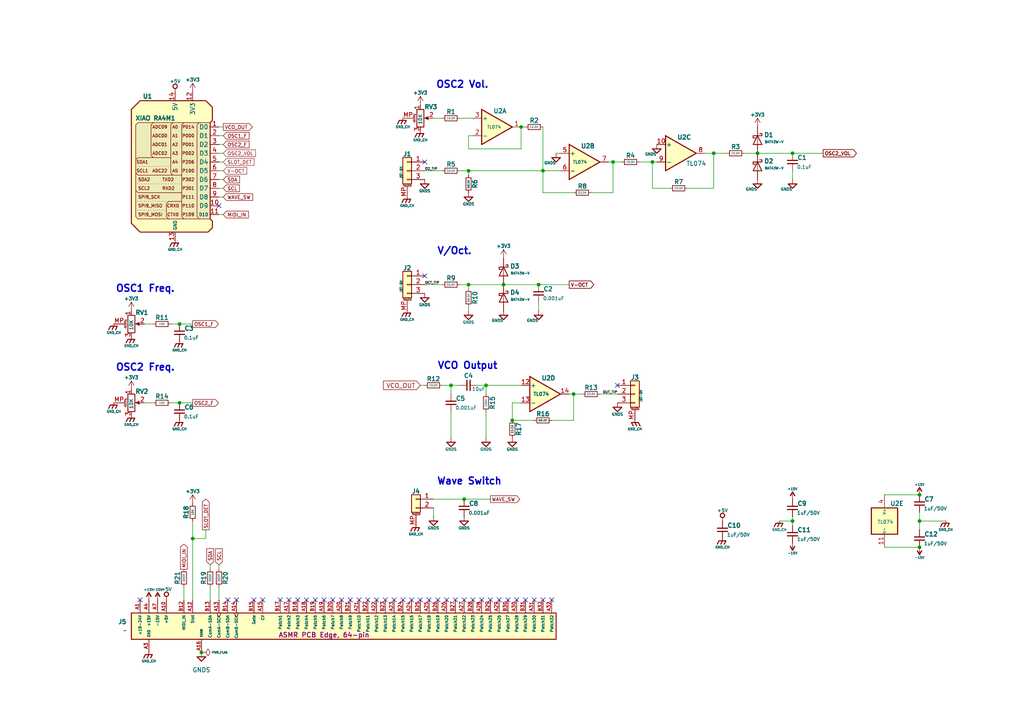
<source format=kicad_sch>
(kicad_sch (version 20250114) (generator "eeschema") (generator_version "9.0")
  (paper "A4")
  (title_block (title "Hagiwo Unison VCO Module") (date "2025-08-29") (rev "A") (company "by Circuit Monkey") (comment 1 "for ASMR - Advanced Synth Module Rack") (comment 2 "https://note.com/solder_state") (comment 3 "based on a Hagiwo design:"))
  (text "OSC1 Freq." (at 42.164 83.82 0) (effects (font (size 2 2) (thickness 0.4) (bold yes))))
  (text "OSC2 Vol." (at 134.112 24.638 0) (effects (font (size 2 2) (thickness 0.4) (bold yes))))
  (text "Wave Switch" (at 136.144 139.7 0) (effects (font (size 2 2) (thickness 0.4) (bold yes))))
  (text "V/Oct." (at 131.826 72.898 0) (effects (font (size 2 2) (thickness 0.4) (bold yes))))
  (text "OSC2 Freq." (at 42.164 106.68 0) (effects (font (size 2 2) (thickness 0.4) (bold yes))))
  (text "VCO Output" (at 135.636 106.172 0) (effects (font (size 2 2) (thickness 0.4) (bold yes))))
  (junction (at 140.97 111.76))
  (junction (at 177.8 46.99))
  (junction (at 266.7 151.13))
  (junction (at 166.37 114.3))
  (junction (at 156.21 82.55))
  (junction (at 207.01 44.45))
  (junction (at 157.48 49.53))
  (junction (at 229.87 151.13))
  (junction (at 55.88 156.21))
  (junction (at 229.87 44.45))
  (junction (at 148.59 121.92))
  (junction (at 52.07 116.84))
  (junction (at 151.13 36.83))
  (junction (at 135.89 49.53))
  (junction (at 135.89 82.55))
  (junction (at 52.07 93.98))
  (junction (at 130.81 111.76))
  (junction (at 146.05 82.55))
  (junction (at 58.42 189.23))
  (junction (at 219.71 44.45))
  (junction (at 189.23 46.99))
  (junction (at 266.7 143.51))
  (junction (at 134.62 144.78))
  (junction (at 266.7 158.75))
  (no_connect (at 101.6 173.99))
  (no_connect (at 86.36 173.99))
  (no_connect (at 137.16 173.99))
  (no_connect (at 104.14 173.99))
  (no_connect (at 76.2 173.99))
  (no_connect (at 157.48 173.99))
  (no_connect (at 123.19 80.01))
  (no_connect (at 142.24 173.99))
  (no_connect (at 154.94 173.99))
  (no_connect (at 114.3 173.99))
  (no_connect (at 91.44 173.99))
  (no_connect (at 147.32 173.99))
  (no_connect (at 149.86 173.99))
  (no_connect (at 129.54 173.99))
  (no_connect (at 179.07 111.76))
  (no_connect (at 63.5 59.69))
  (no_connect (at 152.4 173.99))
  (no_connect (at 127 173.99))
  (no_connect (at 123.19 46.99))
  (no_connect (at 106.68 173.99))
  (no_connect (at 40.64 173.99))
  (no_connect (at 132.08 173.99))
  (no_connect (at 96.52 173.99))
  (no_connect (at 83.82 173.99))
  (no_connect (at 81.28 173.99))
  (no_connect (at 116.84 173.99))
  (no_connect (at 68.58 173.99))
  (no_connect (at 109.22 173.99))
  (no_connect (at 66.04 173.99))
  (no_connect (at 93.98 173.99))
  (no_connect (at 134.62 173.99))
  (no_connect (at 144.78 173.99))
  (no_connect (at 160.02 173.99))
  (no_connect (at 119.38 173.99))
  (no_connect (at 73.66 173.99))
  (no_connect (at 99.06 173.99))
  (no_connect (at 124.46 173.99))
  (no_connect (at 139.7 173.99))
  (no_connect (at 111.76 173.99))
  (no_connect (at 121.92 173.99))
  (no_connect (at 88.9 173.99))
  (wire (pts (xy 52.07 116.84) (xy 55.88 116.84)))
  (wire (pts (xy 53.34 170.18) (xy 53.34 173.99)))
  (wire (pts (xy 125.73 144.78) (xy 134.62 144.78)))
  (wire (pts (xy 133.35 34.29) (xy 137.16 34.29)))
  (wire (pts (xy 64.77 54.61) (xy 63.5 54.61)))
  (wire (pts (xy 60.96 170.18) (xy 60.96 173.99)))
  (wire (pts (xy 64.77 36.83) (xy 63.5 36.83)))
  (wire (pts (xy 256.54 143.51) (xy 266.7 143.51)))
  (wire (pts (xy 229.87 49.53) (xy 229.87 52.07)))
  (wire (pts (xy 229.87 149.86) (xy 229.87 151.13)))
  (wire (pts (xy 125.73 147.32) (xy 125.73 149.86)))
  (wire (pts (xy 266.7 148.59) (xy 266.7 151.13)))
  (wire (pts (xy 130.81 119.38) (xy 130.81 127)))
  (wire (pts (xy 134.62 144.78) (xy 142.24 144.78)))
  (wire (pts (xy 177.8 46.99) (xy 176.53 46.99)))
  (wire (pts (xy 64.77 44.45) (xy 63.5 44.45)))
  (wire (pts (xy 146.05 82.55) (xy 156.21 82.55)))
  (wire (pts (xy 171.45 55.88) (xy 177.8 55.88)))
  (wire (pts (xy 128.27 111.76) (xy 130.81 111.76)))
  (wire (pts (xy 55.88 156.21) (xy 55.88 173.99)))
  (wire (pts (xy 162.56 44.45) (xy 161.29 44.45)))
  (wire (pts (xy 135.89 43.18) (xy 135.89 39.37)))
  (wire (pts (xy 64.77 62.23) (xy 63.5 62.23)))
  (wire (pts (xy 41.91 116.84) (xy 44.45 116.84)))
  (wire (pts (xy 64.77 46.99) (xy 63.5 46.99)))
  (wire (pts (xy 135.89 49.53) (xy 157.48 49.53)))
  (wire (pts (xy 63.5 163.83) (xy 63.5 165.1)))
  (wire (pts (xy 130.81 111.76) (xy 130.81 114.3)))
  (wire (pts (xy 138.43 111.76) (xy 140.97 111.76)))
  (wire (pts (xy 63.5 170.18) (xy 63.5 173.99)))
  (wire (pts (xy 189.23 54.61) (xy 194.31 54.61)))
  (wire (pts (xy 123.19 49.53) (xy 128.27 49.53)))
  (wire (pts (xy 135.89 82.55) (xy 135.89 83.82)))
  (wire (pts (xy 135.89 82.55) (xy 146.05 82.55)))
  (wire (pts (xy 207.01 54.61) (xy 207.01 44.45)))
  (wire (pts (xy 189.23 46.99) (xy 189.23 54.61)))
  (wire (pts (xy 52.07 93.98) (xy 55.88 93.98)))
  (wire (pts (xy 215.9 44.45) (xy 219.71 44.45)))
  (wire (pts (xy 166.37 114.3) (xy 168.91 114.3)))
  (wire (pts (xy 135.89 49.53) (xy 135.89 50.8)))
  (wire (pts (xy 179.07 114.3) (xy 173.99 114.3)))
  (wire (pts (xy 60.96 163.83) (xy 60.96 165.1)))
  (wire (pts (xy 135.89 39.37) (xy 137.16 39.37)))
  (wire (pts (xy 151.13 43.18) (xy 135.89 43.18)))
  (wire (pts (xy 204.47 44.45) (xy 207.01 44.45)))
  (wire (pts (xy 63.5 41.91) (xy 64.77 41.91)))
  (wire (pts (xy 199.39 54.61) (xy 207.01 54.61)))
  (wire (pts (xy 274.32 151.13) (xy 266.7 151.13)))
  (wire (pts (xy 135.89 90.17) (xy 135.89 88.9)))
  (wire (pts (xy 157.48 36.83) (xy 157.48 49.53)))
  (wire (pts (xy 64.77 57.15) (xy 63.5 57.15)))
  (wire (pts (xy 219.71 44.45) (xy 229.87 44.45)))
  (wire (pts (xy 133.35 49.53) (xy 135.89 49.53)))
  (wire (pts (xy 151.13 116.84) (xy 148.59 116.84)))
  (wire (pts (xy 130.81 111.76) (xy 133.35 111.76)))
  (wire (pts (xy 151.13 36.83) (xy 151.13 43.18)))
  (wire (pts (xy 133.35 82.55) (xy 135.89 82.55)))
  (wire (pts (xy 189.23 46.99) (xy 190.5 46.99)))
  (wire (pts (xy 125.73 34.29) (xy 128.27 34.29)))
  (wire (pts (xy 185.42 46.99) (xy 189.23 46.99)))
  (wire (pts (xy 156.21 82.55) (xy 165.1 82.55)))
  (wire (pts (xy 64.77 49.53) (xy 63.5 49.53)))
  (wire (pts (xy 55.88 151.13) (xy 55.88 156.21)))
  (wire (pts (xy 41.91 93.98) (xy 44.45 93.98)))
  (wire (pts (xy 229.87 44.45) (xy 238.76 44.45)))
  (wire (pts (xy 123.19 82.55) (xy 128.27 82.55)))
  (wire (pts (xy 49.53 93.98) (xy 52.07 93.98)))
  (wire (pts (xy 157.48 55.88) (xy 157.48 49.53)))
  (wire (pts (xy 256.54 158.75) (xy 266.7 158.75)))
  (wire (pts (xy 59.69 156.21) (xy 55.88 156.21)))
  (wire (pts (xy 157.48 49.53) (xy 162.56 49.53)))
  (wire (pts (xy 177.8 55.88) (xy 177.8 46.99)))
  (wire (pts (xy 166.37 114.3) (xy 166.37 121.92)))
  (wire (pts (xy 148.59 121.92) (xy 154.94 121.92)))
  (wire (pts (xy 166.37 121.92) (xy 160.02 121.92)))
  (wire (pts (xy 49.53 116.84) (xy 52.07 116.84)))
  (wire (pts (xy 140.97 111.76) (xy 140.97 114.3)))
  (wire (pts (xy 207.01 44.45) (xy 210.82 44.45)))
  (wire (pts (xy 151.13 36.83) (xy 152.4 36.83)))
  (wire (pts (xy 177.8 46.99) (xy 180.34 46.99)))
  (wire (pts (xy 156.21 87.63) (xy 156.21 90.17)))
  (wire (pts (xy 266.7 151.13) (xy 266.7 153.67)))
  (wire (pts (xy 63.5 39.37) (xy 64.77 39.37)))
  (wire (pts (xy 140.97 111.76) (xy 151.13 111.76)))
  (wire (pts (xy 166.37 55.88) (xy 157.48 55.88)))
  (wire (pts (xy 59.69 153.67) (xy 59.69 156.21)))
  (wire (pts (xy 148.59 116.84) (xy 148.59 121.92)))
  (wire (pts (xy 226.06 151.13) (xy 229.87 151.13)))
  (wire (pts (xy 64.77 52.07) (xy 63.5 52.07)))
  (wire (pts (xy 121.92 111.76) (xy 123.19 111.76)))
  (wire (pts (xy 165.1 114.3) (xy 166.37 114.3)))
  (wire (pts (xy 140.97 127) (xy 140.97 119.38)))
  (wire (pts (xy 229.87 151.13) (xy 229.87 152.4)))
  (label "OUT_TIP" (at 179.07 114.3 180) (effects (font (size 0.7 0.7))))
  (label "OCT_TIP" (at 123.19 82.55 0) (effects (font (size 0.7 0.7))))
  (label "O2_TIP" (at 123.19 49.53 0) (effects (font (size 0.7 0.7))))
  (global_label "OSC2_VOL" (shape input) (at 64.77 44.45 0) (effects (font (size 1 1) (thickness 0.125))) (property "Intersheetrefs" "${INTERSHEET_REFS}" (effects (hide yes))))
  (global_label "WAVE_SW" (shape output) (at 142.24 144.78 0) (effects (font (size 1 1))) (property "Intersheetrefs" "${INTERSHEET_REFS}" (effects (hide yes))))
  (global_label "MIDI_IN" (shape output) (at 53.34 165.1 90) (effects (font (size 1 1))) (property "Intersheetrefs" "${INTERSHEET_REFS}" (effects (hide yes))))
  (global_label "SCL" (shape input) (at 63.5 163.83 90) (effects (font (size 1 1))) (property "Intersheetrefs" "${INTERSHEET_REFS}" (effects (hide yes))))
  (global_label "V-OCT" (shape input) (at 64.77 49.53 0) (effects (font (size 1 1) (thickness 0.125))) (property "Intersheetrefs" "${INTERSHEET_REFS}" (effects (hide yes))))
  (global_label "OSC2_F" (shape output) (at 55.88 116.84 0) (effects (font (size 1 1))) (property "Intersheetrefs" "${INTERSHEET_REFS}" (effects (hide yes))))
  (global_label "MIDI_IN" (shape input) (at 64.77 62.23 0) (effects (font (size 1 1))) (property "Intersheetrefs" "${INTERSHEET_REFS}" (effects (hide yes))))
  (global_label "SDA" (shape input) (at 60.96 163.83 90) (effects (font (size 1 1))) (property "Intersheetrefs" "${INTERSHEET_REFS}" (effects (hide yes))))
  (global_label "SLOT_DET" (shape output) (at 59.69 153.67 90) (effects (font (size 1 1))) (property "Intersheetrefs" "${INTERSHEET_REFS}" (effects (hide yes))))
  (global_label "SLOT_DET" (shape input) (at 64.77 46.99 0) (effects (font (size 1 1) (thickness 0.125))) (property "Intersheetrefs" "${INTERSHEET_REFS}" (effects (hide yes))))
  (global_label "OSC2_F" (shape input) (at 64.77 41.91 0) (effects (font (size 1 1))) (property "Intersheetrefs" "${INTERSHEET_REFS}" (effects (hide yes))))
  (global_label "WAVE_SW" (shape input) (at 64.77 57.15 0) (effects (font (size 1 1))) (property "Intersheetrefs" "${INTERSHEET_REFS}" (effects (hide yes))))
  (global_label "OSC1_F" (shape input) (at 64.77 39.37 0) (effects (font (size 1 1))) (property "Intersheetrefs" "${INTERSHEET_REFS}" (effects (hide yes))))
  (global_label "SCL" (shape input) (at 64.77 54.61 0) (effects (font (size 1 1))) (property "Intersheetrefs" "${INTERSHEET_REFS}" (effects (hide yes))))
  (global_label "VCO_OUT" (shape output) (at 64.77 36.83 0) (effects (font (size 1 1))) (property "Intersheetrefs" "${INTERSHEET_REFS}" (effects (hide yes))))
  (global_label "VCO_OUT" (shape input) (at 121.92 111.76 180) (property "Intersheetrefs" "${INTERSHEET_REFS}" (effects (hide yes))))
  (global_label "OSC2_VOL" (shape output) (at 238.76 44.45 0) (effects (font (size 1 1) (thickness 0.2) (bold yes))) (property "Intersheetrefs" "${INTERSHEET_REFS}" (effects (hide yes))))
  (global_label "OSC1_F" (shape output) (at 55.88 93.98 0) (effects (font (size 1 1))) (property "Intersheetrefs" "${INTERSHEET_REFS}" (effects (hide yes))))
  (global_label "SDA" (shape input) (at 64.77 52.07 0) (effects (font (size 1 1))) (property "Intersheetrefs" "${INTERSHEET_REFS}" (effects (hide yes))))
  (global_label "V-OCT" (shape output) (at 165.1 82.55 0) (effects (font (size 1 1) (thickness 0.2) (bold yes))) (property "Intersheetrefs" "${INTERSHEET_REFS}" (effects (hide yes))))
  (symbol (lib_id "CM_power:GNDS") (at 134.62 149.86 0) (mirror y) (unit 1)
    (property "Reference" "#PWR049" (effects (hide yes)))
    (property "Value" "GNDS" (at 134.62 153.162 0) (effects (font (size 0.8 0.8) (thickness 0.16) (bold yes))))
    (property "Description" "Power symbol creates a global label with name \"GNDS\" , signal ground" (effects (hide yes)))
  )
  (symbol (lib_id "CM_Device:R") (at 130.81 34.29 90) (unit 1)
    (property "Reference" "R1" (at 130.81 32.415 90) (effects (font (thickness 0.254) (bold yes))))
    (property "Value" "10.0K" (at 130.81 34.29 90) (effects (font (size 0.6 0.6) (thickness 0.0875))))
    (property "Footprint" "CM_Resistor_Capacitor:R_0603_1608Metric" (effects (hide yes)))
    (property "Description" "Resistor, symbol" (effects (hide yes)))
  )
  (symbol (lib_id "CM_Device:C") (at 229.87 154.94 0) (unit 1)
    (property "Reference" "C11" (at 231.14 153.67 0) (effects (font (thickness 0.254) (bold yes)) (justify left)))
    (property "Value" "1uF/50V" (at 231.1387 156.3875 0) (effects (font (size 1 1)) (justify left)))
    (property "Footprint" "CM_Resistor_Capacitor:C_0603_1608Metric" (effects (hide yes)))
    (property "Description" "Unpolarized capacitor, small symbol" (effects (hide yes)))
  )
  (symbol (lib_id "CM_Device:C") (at 209.55 153.67 0) (unit 1)
    (property "Reference" "C10" (at 210.82 152.4 0) (effects (font (thickness 0.254) (bold yes)) (justify left)))
    (property "Value" "1uF/50V" (at 210.8187 155.1175 0) (effects (font (size 1 1)) (justify left)))
    (property "Footprint" "CM_Resistor_Capacitor:C_0603_1608Metric" (effects (hide yes)))
    (property "Description" "Unpolarized capacitor, small symbol" (effects (hide yes)))
  )
  (symbol (lib_id "CM_power:GND_CH") (at 52.07 99.06 0) (unit 1)
    (property "Reference" "#PWR06" (effects (hide yes)))
    (property "Value" "GND_CH" (at 52.07 101.16 0) (effects (font (size 0.7 0.7)) (justify top)))
    (property "Description" "Power symbol creates a global label with name \"GND\" , ground" (effects (hide yes)))
  )
  (symbol (lib_id "CM_power:GND_CH") (at 33.02 93.98 0) (unit 1)
    (property "Reference" "#PWR05" (effects (hide yes)))
    (property "Value" "GND_CH" (at 33.02 96.08 0) (effects (font (size 0.7 0.7)) (justify top)))
    (property "Description" "Power symbol creates a global label with name \"GND\" , ground" (effects (hide yes)))
  )
  (symbol (lib_id "CM_power:GNDS") (at 156.21 90.17 0) (unit 1)
    (property "Reference" "#PWR042" (effects (hide yes)))
    (property "Value" "GNDS" (at 154.432 92.964 0) (effects (font (size 0.8 0.8) (thickness 0.16) (bold yes))))
    (property "Description" "Power symbol creates a global label with name \"GNDS\" , signal ground" (effects (hide yes)))
  )
  (symbol (lib_id "CM_Device:R") (at 46.99 93.98 90) (unit 1)
    (property "Reference" "R11" (at 46.99 92.105 90) (effects (font (thickness 0.254) (bold yes))))
    (property "Value" "10K" (at 46.99 93.98 90) (effects (font (size 0.6 0.6) (thickness 0.0875))))
    (property "Footprint" "CM_Resistor_Capacitor:R_0603_1608Metric" (effects (hide yes)))
    (property "Description" "Resistor, symbol" (effects (hide yes)))
  )
  (symbol (lib_id "Diode:BAT43W-V") (at 146.05 78.74 270) (unit 1)
    (property "Reference" "D3" (at 147.828 77.216 90) (effects (font (thickness 0.254) (bold yes)) (justify left)))
    (property "Value" "BAT43W-V" (at 148.082 79.248 90) (effects (font (size 0.7 0.7)) (justify left)))
    (property "Footprint" "Diode_SMD:D_SOD-123" (effects (hide yes)))
    (property "Datasheet" "http://www.vishay.com/docs/85660/bat42.pdf" (effects (hide yes)))
    (property "Description" "30V 0.2A Small Signal Schottky diode, SOD-123" (effects (hide yes)))
  )
  (symbol (lib_id "CM_Device:R") (at 154.94 36.83 90) (unit 1)
    (property "Reference" "R2" (at 154.94 34.955 90) (effects (font (thickness 0.254) (bold yes))))
    (property "Value" "10.0K" (at 154.94 36.83 90) (effects (font (size 0.6 0.6) (thickness 0.0875))))
    (property "Footprint" "CM_Resistor_Capacitor:R_0603_1608Metric" (effects (hide yes)))
    (property "Description" "Resistor, symbol" (effects (hide yes)))
  )
  (symbol (lib_id "CM_power:+15V") (at 229.87 144.78 0) (unit 1)
    (property "Reference" "#PWR017" (effects (hide yes)))
    (property "Value" "+15V" (at 229.87 142.28 0) (effects (font (size 0.7 0.7) (thickness 0.14) (bold yes)) (justify bottom)))
    (property "Description" "Power symbol creates a global label with name \"+15V\"" (effects (hide yes)))
  )
  (symbol (lib_id "CM_Device:C") (at 135.89 111.76 90) (unit 1)
    (property "Reference" "C4" (at 135.89 108.966 90) (effects (font (thickness 0.254) (bold yes))))
    (property "Value" "10uF" (at 136.906 112.268 90) (effects (font (size 1 1)) (justify right bottom)))
    (property "Footprint" "CM_Resistor_Capacitor:C_0603_1608Metric" (effects (hide yes)))
    (property "Description" "Unpolarized capacitor, small symbol" (effects (hide yes)))
  )
  (symbol (lib_id "CM_Device:C") (at 229.87 147.32 0) (unit 1)
    (property "Reference" "C9" (at 231.14 146.05 0) (effects (font (thickness 0.254) (bold yes)) (justify left)))
    (property "Value" "1uF/50V" (at 231.1387 148.7675 0) (effects (font (size 1 1)) (justify left)))
    (property "Footprint" "CM_Resistor_Capacitor:C_0603_1608Metric" (effects (hide yes)))
    (property "Description" "Unpolarized capacitor, small symbol" (effects (hide yes)))
  )
  (symbol (lib_id "CM_Device:C") (at 52.07 119.38 0) (unit 1)
    (property "Reference" "C6" (at 53.34 118.11 0) (effects (font (thickness 0.254) (bold yes)) (justify left)))
    (property "Value" "0.1uF" (at 53.3387 120.8275 0) (effects (font (size 1 1)) (justify left)))
    (property "Footprint" "CM_Resistor_Capacitor:C_0603_1608Metric" (effects (hide yes)))
    (property "Description" "Unpolarized capacitor, small symbol" (effects (hide yes)))
  )
  (symbol (lib_id "CM_Device:R") (at 148.59 124.46 0) (mirror x) (unit 1)
    (property "Reference" "R17" (at 150.465 124.46 90) (effects (font (thickness 0.254) (bold yes))))
    (property "Value" "33.0K" (at 148.59 124.46 90) (effects (font (size 0.6 0.6) (thickness 0.0875))))
    (property "Footprint" "CM_Resistor_Capacitor:R_0603_1608Metric" (effects (hide yes)))
    (property "Description" "Resistor, symbol" (effects (hide yes)))
  )
  (symbol (lib_id "CM_Device:R") (at 135.89 53.34 0) (mirror x) (unit 1)
    (property "Reference" "R6" (at 137.765 53.34 90) (effects (font (thickness 0.254) (bold yes))))
    (property "Value" "68.0K" (at 135.89 53.34 90) (effects (font (size 0.6 0.6) (thickness 0.0875))))
    (property "Footprint" "CM_Resistor_Capacitor:R_0603_1608Metric" (effects (hide yes)))
    (property "Description" "Resistor, symbol" (effects (hide yes)))
  )
  (symbol (lib_id "CM_power:+15V") (at 266.7 143.51 0) (unit 1)
    (property "Reference" "#PWR015" (effects (hide yes)))
    (property "Value" "+15V" (at 266.7 141.01 0) (effects (font (size 0.7 0.7) (thickness 0.14) (bold yes)) (justify bottom)))
    (property "Description" "Power symbol creates a global label with name \"+15V\"" (effects (hide yes)))
  )
  (symbol (lib_id "CM_power:GND_CH") (at 118.11 57.15 0) (unit 1)
    (property "Reference" "#PWR026" (effects (hide yes)))
    (property "Value" "GND_CH" (at 118.11 59.25 0) (effects (font (size 0.7 0.7)) (justify top)))
    (property "Description" "Power symbol creates a global label with name \"GND\" , ground" (effects (hide yes)))
  )
  (symbol (lib_id "CM_power:GNDS") (at 161.29 44.45 0) (unit 1)
    (property "Reference" "#PWR031" (effects (hide yes)))
    (property "Value" "GNDS" (at 159.512 47.244 0) (effects (font (size 0.8 0.8) (thickness 0.16) (bold yes))))
    (property "Description" "Power symbol creates a global label with name \"GNDS\" , signal ground" (effects (hide yes)))
  )
  (symbol (lib_id "CM_power:GND_CH") (at 209.55 156.21 0) (unit 1)
    (property "Reference" "#PWR016" (effects (hide yes)))
    (property "Value" "GND_CH" (at 209.55 158.31 0) (effects (font (size 0.7 0.7)) (justify top)))
    (property "Description" "Power symbol creates a global label with name \"GND\" , ground" (effects (hide yes)))
  )
  (symbol (lib_id "power:PWR_FLAG") (at 58.42 189.23 270) (unit 1)
    (property "Reference" "#FLG01" (effects (hide yes)))
    (property "Value" "PWR_FLAG" (at 61.468 189.23 90) (effects (font (size 0.6 0.6)) (justify left)))
    (property "Description" "Special symbol for telling ERC where power comes from" (effects (hide yes)))
  )
  (symbol (lib_id "CM_Device:R") (at 125.73 111.76 90) (unit 1)
    (property "Reference" "R12" (at 125.73 109.885 90) (effects (font (thickness 0.254) (bold yes))))
    (property "Value" "10.0K" (at 125.73 111.76 90) (effects (font (size 0.6 0.6) (thickness 0.0875))))
    (property "Footprint" "CM_Resistor_Capacitor:R_0603_1608Metric" (effects (hide yes)))
    (property "Description" "Resistor, symbol" (effects (hide yes)))
  )
  (symbol (lib_id "power:+3V3") (at 55.88 26.67 0) (unit 1)
    (property "Reference" "#PWR03" (effects (hide yes)))
    (property "Value" "+3V3" (at 55.88 23.114 0) (effects (font (size 1 1) (thickness 0.2) (bold yes))))
    (property "Description" "Power symbol creates a global label with name \"+3V3\"" (effects (hide yes)))
  )
  (symbol (lib_id "CM_power:+5V") (at 209.55 151.13 0) (unit 1)
    (property "Reference" "#PWR019" (effects (hide yes)))
    (property "Value" "+5V" (at 209.55 148.63 0) (effects (font (size 1 1) (thickness 0.14) (bold yes)) (justify bottom)))
    (property "Description" "Power symbol creates a global label with name \"5V\"" (effects (hide yes)))
  )
  (symbol (lib_id "CM_power:GND_CH") (at 226.06 151.13 0) (unit 1)
    (property "Reference" "#PWR014" (effects (hide yes)))
    (property "Value" "GND_CH" (at 226.06 153.23 0) (effects (font (size 0.7 0.7)) (justify top)))
    (property "Description" "Power symbol creates a global label with name \"GND\" , ground" (effects (hide yes)))
  )
  (symbol (lib_id "CM_power:GND_CH") (at 33.02 116.84 0) (unit 1)
    (property "Reference" "#PWR08" (effects (hide yes)))
    (property "Value" "GND_CH" (at 33.02 118.94 0) (effects (font (size 0.7 0.7)) (justify top)))
    (property "Description" "Power symbol creates a global label with name \"GND\" , ground" (effects (hide yes)))
  )
  (symbol (lib_id "CM_Device:R") (at 53.34 167.64 180) (unit 1)
    (property "Reference" "R21" (at 51.465 167.64 90) (effects (font (thickness 0.254) (bold yes))))
    (property "Value" "300R" (at 53.34 167.64 90) (effects (font (size 0.6 0.6) (thickness 0.0875))))
    (property "Footprint" "CM_Resistor_Capacitor:R_0603_1608Metric" (effects (hide yes)))
    (property "Description" "Resistor, symbol" (effects (hide yes)))
  )
  (symbol (lib_id "CM_Op-Amp:TL074") (at 157.48 114.3 0) (unit 4)
    (property "Reference" "U2" (at 156.919 109.6594 0) (effects (font (thickness 0.254) (bold yes)) (justify left)))
    (property "Value" "TL074" (at 156.972 114.3 0) (effects (font (size 1 1) (thickness 0.2) (bold yes))))
    (property "Footprint" "Package_SO:SO-14_3.9x8.65mm_P1.27mm" (effects (hide yes)))
    (property "Datasheet" "http://www.ti.com/lit/ds/symlink/tl071.pdf" (effects (hide yes)))
    (property "Description" "Quad Low-Noise JFET-Input Operational Amplifiers, DIP-14/SOIC-14" (effects (hide yes)))
    (property "MPN" "TL074HIDR" (effects (hide yes)))
    (property "MFR" "Texas Instruments" (effects (hide yes)))
  )
  (symbol (lib_id "Connector_Generic_MountingPin:Conn_01x03_MountingPin") (at 118.11 49.53 0) (mirror y) (unit 1)
    (property "Reference" "J1" (at 118.11 44.704 0) (effects (font (thickness 0.254) (bold yes))))
    (property "Value" "JST-SH" (at 116.332 50.038 90) (effects (font (size 0.6 0.6))))
    (property "Footprint" "CM_Connector_JST:JST_SH_BM03B-SRSS-TB_1x03-1MP_P1.00mm_Vertical" (effects (hide yes)))
    (property "Description" "Generic connectable mounting pin connector, single row, 01x03, script generated (kicad-library-utils/schlib/autogen/connector/)" (effects (hide yes)))
  )
  (symbol (lib_id "CM_Device:R") (at 213.36 44.45 90) (unit 1)
    (property "Reference" "R3" (at 213.36 42.575 90) (effects (font (thickness 0.254) (bold yes))))
    (property "Value" "10.0K" (at 213.36 44.45 90) (effects (font (size 0.6 0.6) (thickness 0.0875))))
    (property "Footprint" "CM_Resistor_Capacitor:R_0603_1608Metric" (effects (hide yes)))
    (property "Description" "Resistor, symbol" (effects (hide yes)))
  )
  (symbol (lib_id "Connector_Generic_MountingPin:Conn_01x03_MountingPin") (at 118.11 82.55 0) (mirror y) (unit 1)
    (property "Reference" "J2" (at 118.11 77.724 0) (effects (font (thickness 0.254) (bold yes))))
    (property "Value" "JST-SH" (at 116.332 83.058 90) (effects (font (size 0.6 0.6))))
    (property "Footprint" "CM_Connector_JST:JST_SH_BM03B-SRSS-TB_1x03-1MP_P1.00mm_Vertical" (effects (hide yes)))
    (property "Description" "Generic connectable mounting pin connector, single row, 01x03, script generated (kicad-library-utils/schlib/autogen/connector/)" (effects (hide yes)))
  )
  (symbol (lib_id "CM_Op-Amp:TL074") (at 259.08 151.13 0) (unit 5)
    (property "Reference" "U2" (at 258.064 146.05 0) (effects (font (thickness 0.254) (bold yes)) (justify left)))
    (property "Value" "TL074" (at 256.794 151.384 0) (effects (font (size 1 1))))
    (property "Footprint" "Package_SO:SO-14_3.9x8.65mm_P1.27mm" (effects (hide yes)))
    (property "Datasheet" "http://www.ti.com/lit/ds/symlink/tl071.pdf" (effects (hide yes)))
    (property "Description" "Quad Low-Noise JFET-Input Operational Amplifiers, DIP-14/SOIC-14" (effects (hide yes)))
    (property "MPN" "TL074HIDR" (effects (hide yes)))
    (property "MFR" "Texas Instruments" (effects (hide yes)))
  )
  (symbol (lib_id "CM_power:GNDS") (at 146.05 90.17 0) (unit 1)
    (property "Reference" "#PWR041" (effects (hide yes)))
    (property "Value" "GNDS" (at 144.272 92.964 0) (effects (font (size 0.8 0.8) (thickness 0.16) (bold yes))))
    (property "Description" "Power symbol creates a global label with name \"GNDS\" , signal ground" (effects (hide yes)))
  )
  (symbol (lib_id "Device:R_Potentiometer_MountingPin") (at 38.1 116.84 0) (unit 1)
    (property "Reference" "RV2" (at 41.148 113.538 0) (effects (font (thickness 0.254) (bold yes))))
    (property "Value" "10K" (at 38.1 117.094 90) (effects (font (size 1 1))))
    (property "Footprint" "CM_Resistor_Capacitor:pot-thd-ra-11mm" (effects (hide yes)))
    (property "Description" "Potentiometer with a mounting pin" (effects (hide yes)))
  )
  (symbol (lib_id "CM_power:GND_CH") (at 116.84 34.29 0) (unit 1)
    (property "Reference" "#PWR025" (effects (hide yes)))
    (property "Value" "GND_CH" (at 116.84 36.39 0) (effects (font (size 0.7 0.7)) (justify top)))
    (property "Description" "Power symbol creates a global label with name \"GND\" , ground" (effects (hide yes)))
  )
  (symbol (lib_id "CM_Device:R") (at 60.96 167.64 180) (unit 1)
    (property "Reference" "R19" (at 59.085 167.64 90) (effects (font (thickness 0.254) (bold yes))))
    (property "Value" "300R" (at 60.96 167.64 90) (effects (font (size 0.6 0.6) (thickness 0.0875))))
    (property "Footprint" "CM_Resistor_Capacitor:R_0603_1608Metric" (effects (hide yes)))
    (property "Description" "Resistor, symbol" (effects (hide yes)))
  )
  (symbol (lib_id "CM_MicroController:XIAO_module_RA4M1") (at 50.8 49.53 0) (unit 1)
    (property "Reference" "U1" (at 41.275 27.94 0) (effects (font (thickness 0.254) (bold yes)) (justify left)))
    (property "Value" "XIAO RA4M1" (at 45.085 34.29 0) (effects (font (thickness 0.254) (bold yes))))
    (property "Footprint" "CM_Chip_Packages:XIAO-14P-SMD-2.54-21X17.8MM" (effects (hide yes)))
    (property "Datasheet" "https://www.seeedstudio.com/Seeed-XIAO-RA4M1-p-5943.html" (effects (hide yes)))
    (property "Description" "Seeed Studio XIAO RA4M1 Compute Module" (effects (hide yes)))
  )
  (symbol (lib_id "CM_Op-Amp:TL074") (at 196.85 44.45 0) (unit 3)
    (property "Reference" "U2" (at 196.289 39.8094 0) (effects (font (thickness 0.254) (bold yes)) (justify left)))
    (property "Value" "TL074" (at 199.0152 47.4299 0) (effects (justify left)))
    (property "Footprint" "Package_SO:SO-14_3.9x8.65mm_P1.27mm" (effects (hide yes)))
    (property "Datasheet" "http://www.ti.com/lit/ds/symlink/tl071.pdf" (effects (hide yes)))
    (property "Description" "Quad Low-Noise JFET-Input Operational Amplifiers, DIP-14/SOIC-14" (effects (hide yes)))
    (property "MPN" "TL074HIDR" (effects (hide yes)))
    (property "MFR" "Texas Instruments" (effects (hide yes)))
  )
  (symbol (lib_id "CM_power:GNDS") (at 130.81 127 0) (mirror y) (unit 1)
    (property "Reference" "#PWR047" (effects (hide yes)))
    (property "Value" "GNDS" (at 130.81 130.302 0) (effects (font (size 0.8 0.8) (thickness 0.16) (bold yes))))
    (property "Description" "Power symbol creates a global label with name \"GNDS\" , signal ground" (effects (hide yes)))
  )
  (symbol (lib_id "CM_Device:R") (at 130.81 49.53 90) (unit 1)
    (property "Reference" "R5" (at 130.81 47.655 90) (effects (font (thickness 0.254) (bold yes))))
    (property "Value" "33.0K" (at 130.81 49.53 90) (effects (font (size 0.6 0.6) (thickness 0.0875))))
    (property "Footprint" "CM_Resistor_Capacitor:R_0603_1608Metric" (effects (hide yes)))
    (property "Description" "Resistor, symbol" (effects (hide yes)))
  )
  (symbol (lib_id "CM_Device:C") (at 229.87 46.99 0) (unit 1)
    (property "Reference" "C1" (at 231.14 45.72 0) (effects (font (thickness 0.254) (bold yes)) (justify left)))
    (property "Value" "0.1uF" (at 231.1387 48.4375 0) (effects (font (size 1 1)) (justify left)))
    (property "Footprint" "CM_Resistor_Capacitor:C_0603_1608Metric" (effects (hide yes)))
    (property "Description" "Unpolarized capacitor, small symbol" (effects (hide yes)))
  )
  (symbol (lib_id "CM_power:GNDS") (at 123.19 85.09 0) (unit 1)
    (property "Reference" "#PWR037" (effects (hide yes)))
    (property "Value" "GNDS" (at 123.19 88.392 0) (effects (font (size 0.8 0.8) (thickness 0.16) (bold yes))))
    (property "Description" "Power symbol creates a global label with name \"GNDS\" , signal ground" (effects (hide yes)))
  )
  (symbol (lib_id "CM_power:GND_CH") (at 118.11 90.17 0) (unit 1)
    (property "Reference" "#PWR039" (effects (hide yes)))
    (property "Value" "GND_CH" (at 118.11 92.27 0) (effects (font (size 0.7 0.7)) (justify top)))
    (property "Description" "Power symbol creates a global label with name \"GND\" , ground" (effects (hide yes)))
  )
  (symbol (lib_id "Connector_Generic_MountingPin:Conn_01x03_MountingPin") (at 184.15 114.3 0) (unit 1)
    (property "Reference" "J3" (at 184.15 109.474 0) (effects (font (thickness 0.254) (bold yes))))
    (property "Value" "JST-SH" (at 185.928 114.808 90) (effects (font (size 0.6 0.6))))
    (property "Footprint" "CM_Connector_JST:JST_SH_BM03B-SRSS-TB_1x03-1MP_P1.00mm_Vertical" (effects (hide yes)))
    (property "Description" "Generic connectable mounting pin connector, single row, 01x03, script generated (kicad-library-utils/schlib/autogen/connector/)" (effects (hide yes)))
  )
  (symbol (lib_id "CM_Device:R") (at 140.97 116.84 0) (mirror x) (unit 1)
    (property "Reference" "R15" (at 142.845 116.84 90) (effects (font (thickness 0.254) (bold yes))))
    (property "Value" "100K" (at 140.97 116.84 90) (effects (font (size 0.6 0.6) (thickness 0.0875))))
    (property "Footprint" "CM_Resistor_Capacitor:R_0603_1608Metric" (effects (hide yes)))
    (property "Description" "Resistor, symbol" (effects (hide yes)))
  )
  (symbol (lib_id "CM_Device:R") (at 130.81 82.55 90) (unit 1)
    (property "Reference" "R9" (at 130.81 80.675 90) (effects (font (thickness 0.254) (bold yes))))
    (property "Value" "33.0K" (at 130.81 82.55 90) (effects (font (size 0.6 0.6) (thickness 0.0875))))
    (property "Footprint" "CM_Resistor_Capacitor:R_0603_1608Metric" (effects (hide yes)))
    (property "Description" "Resistor, symbol" (effects (hide yes)))
  )
  (symbol (lib_id "CM_Op-Amp:TL074") (at 168.91 46.99 0) (unit 2)
    (property "Reference" "U2" (at 168.349 42.3494 0) (effects (font (thickness 0.254) (bold yes)) (justify left)))
    (property "Value" "TL074" (at 166.116 46.99 0) (effects (font (size 0.9 0.9)) (justify left)))
    (property "Footprint" "Package_SO:SO-14_3.9x8.65mm_P1.27mm" (effects (hide yes)))
    (property "Datasheet" "http://www.ti.com/lit/ds/symlink/tl071.pdf" (effects (hide yes)))
    (property "Description" "Quad Low-Noise JFET-Input Operational Amplifiers, DIP-14/SOIC-14" (effects (hide yes)))
    (property "MPN" "TL074HIDR" (effects (hide yes)))
    (property "MFR" "Texas Instruments" (effects (hide yes)))
  )
  (symbol (lib_id "CM_Device:C") (at 52.07 96.52 0) (unit 1)
    (property "Reference" "C3" (at 53.34 95.25 0) (effects (font (thickness 0.254) (bold yes)) (justify left)))
    (property "Value" "0.1uF" (at 53.3387 97.9675 0) (effects (font (size 1 1)) (justify left)))
    (property "Footprint" "CM_Resistor_Capacitor:C_0603_1608Metric" (effects (hide yes)))
    (property "Description" "Unpolarized capacitor, small symbol" (effects (hide yes)))
  )
  (symbol (lib_id "CM_Device:R") (at 157.48 121.92 270) (mirror x) (unit 1)
    (property "Reference" "R16" (at 157.48 120.045 90) (effects (font (thickness 0.254) (bold yes))))
    (property "Value" "68.0K" (at 157.48 121.92 90) (effects (font (size 0.6 0.6) (thickness 0.0875))))
    (property "Footprint" "CM_Resistor_Capacitor:R_0603_1608Metric" (effects (hide yes)))
    (property "Description" "Resistor, symbol" (effects (hide yes)))
  )
  (symbol (lib_id "CM_power:-15V") (at 229.87 157.48 180) (unit 1)
    (property "Reference" "#PWR018" (effects (hide yes)))
    (property "Value" "-15V" (at 229.87 159.98 0) (effects (font (size 0.7 0.7) (thickness 0.14) (bold yes)) (justify bottom)))
    (property "Description" "Power symbol creates a global label with name \"-15V\"" (effects (hide yes)))
  )
  (symbol (lib_id "Device:R_Potentiometer_MountingPin") (at 38.1 93.98 0) (unit 1)
    (property "Reference" "RV1" (at 41.148 90.678 0) (effects (font (thickness 0.254) (bold yes))))
    (property "Value" "10K" (at 38.1 94.234 90) (effects (font (size 1 1))))
    (property "Footprint" "CM_Resistor_Capacitor:pot-thd-ra-11mm" (effects (hide yes)))
    (property "Description" "Potentiometer with a mounting pin" (effects (hide yes)))
  )
  (symbol (lib_id "power:+3V3") (at 219.71 36.83 0) (unit 1)
    (property "Reference" "#PWR035" (effects (hide yes)))
    (property "Value" "+3V3" (at 219.71 33.274 0) (effects (font (size 1 1) (thickness 0.2) (bold yes))))
    (property "Description" "Power symbol creates a global label with name \"+3V3\"" (effects (hide yes)))
  )
  (symbol (lib_id "CM_power:GND_CH") (at 38.1 120.65 0) (unit 1)
    (property "Reference" "#PWR09" (effects (hide yes)))
    (property "Value" "GND_CH" (at 38.1 122.75 0) (effects (font (size 0.7 0.7)) (justify top)))
    (property "Description" "Power symbol creates a global label with name \"GND\" , ground" (effects (hide yes)))
  )
  (symbol (lib_id "CM_Device:R") (at 168.91 55.88 90) (unit 1)
    (property "Reference" "R8" (at 168.91 54.005 90) (effects (font (thickness 0.254) (bold yes))))
    (property "Value" "33.0K" (at 168.91 55.88 90) (effects (font (size 0.6 0.6) (thickness 0.0875))))
    (property "Footprint" "CM_Resistor_Capacitor:R_0603_1608Metric" (effects (hide yes)))
    (property "Description" "Resistor, symbol" (effects (hide yes)))
  )
  (symbol (lib_id "CM_Op-Amp:TL074") (at 143.51 36.83 0) (unit 1)
    (property "Reference" "U2" (at 142.949 32.1894 0) (effects (font (thickness 0.254) (bold yes)) (justify left)))
    (property "Value" "TL074" (at 141.224 36.83 0) (effects (font (size 0.9 0.9)) (justify left)))
    (property "Footprint" "Package_SO:SO-14_3.9x8.65mm_P1.27mm" (effects (hide yes)))
    (property "Datasheet" "http://www.ti.com/lit/ds/symlink/tl071.pdf" (effects (hide yes)))
    (property "Description" "Quad Low-Noise JFET-Input Operational Amplifiers, DIP-14/SOIC-14" (effects (hide yes)))
    (property "MPN" "TL074HIDR" (effects (hide yes)))
    (property "MFR" "Texas Instruments" (effects (hide yes)))
  )
  (symbol (lib_id "Device:R_Potentiometer_MountingPin") (at 121.92 34.29 0) (unit 1)
    (property "Reference" "RV3" (at 124.968 30.988 0) (effects (font (thickness 0.254) (bold yes))))
    (property "Value" "10K" (at 121.92 34.544 90) (effects (font (size 1 1))))
    (property "Footprint" "CM_Resistor_Capacitor:pot-thd-ra-11mm" (effects (hide yes)))
    (property "Description" "Potentiometer with a mounting pin" (effects (hide yes)))
  )
  (symbol (lib_id "CM_power:GND_CH") (at 38.1 97.79 0) (unit 1)
    (property "Reference" "#PWR01" (effects (hide yes)))
    (property "Value" "GND_CH" (at 38.1 99.89 0) (effects (font (size 0.7 0.7)) (justify top)))
    (property "Description" "Power symbol creates a global label with name \"GND\" , ground" (effects (hide yes)))
  )
  (symbol (lib_id "CM_Device:C") (at 130.81 116.84 0) (unit 1)
    (property "Reference" "C5" (at 132.08 115.57 0) (effects (font (thickness 0.254) (bold yes)) (justify left)))
    (property "Value" "0.001uF" (at 132.0787 118.2875 0) (effects (font (size 1 1)) (justify left)))
    (property "Footprint" "CM_Resistor_Capacitor:C_0603_1608Metric" (effects (hide yes)))
    (property "Description" "Unpolarized capacitor, small symbol" (effects (hide yes)))
  )
  (symbol (lib_id "CM_Device:R") (at 135.89 86.36 0) (mirror x) (unit 1)
    (property "Reference" "R10" (at 137.765 86.36 90) (effects (font (thickness 0.254) (bold yes))))
    (property "Value" "68.0K" (at 135.89 86.36 90) (effects (font (size 0.6 0.6) (thickness 0.0875))))
    (property "Footprint" "CM_Resistor_Capacitor:R_0603_1608Metric" (effects (hide yes)))
    (property "Description" "Resistor, symbol" (effects (hide yes)))
  )
  (symbol (lib_id "CM_power:+5V") (at 50.8 26.67 0) (unit 1)
    (property "Reference" "#PWR02" (effects (hide yes)))
    (property "Value" "+5V" (at 50.8 24.17 0) (effects (font (size 1 1) (thickness 0.14) (bold yes)) (justify bottom)))
    (property "Description" "Power symbol creates a global label with name \"5V\"" (effects (hide yes)))
  )
  (symbol (lib_id "power:+3V3") (at 121.92 30.48 0) (unit 1)
    (property "Reference" "#PWR022" (effects (hide yes)))
    (property "Value" "+3V3" (at 121.92 26.924 0) (effects (font (size 1 1) (thickness 0.2) (bold yes))))
    (property "Description" "Power symbol creates a global label with name \"+3V3\"" (effects (hide yes)))
  )
  (symbol (lib_id "CM_Device:C") (at 266.7 146.05 0) (unit 1)
    (property "Reference" "C7" (at 267.97 144.78 0) (effects (font (thickness 0.254) (bold yes)) (justify left)))
    (property "Value" "1uF/50V" (at 267.9687 147.4975 0) (effects (font (size 1 1)) (justify left)))
    (property "Footprint" "CM_Resistor_Capacitor:C_0603_1608Metric" (effects (hide yes)))
    (property "Description" "Unpolarized capacitor, small symbol" (effects (hide yes)))
  )
  (symbol (lib_id "CM_Device:R") (at 196.85 54.61 90) (unit 1)
    (property "Reference" "R7" (at 196.85 52.735 90) (effects (font (thickness 0.254) (bold yes))))
    (property "Value" "10.0K" (at 196.85 54.61 90) (effects (font (size 0.6 0.6) (thickness 0.0875))))
    (property "Footprint" "CM_Resistor_Capacitor:R_0603_1608Metric" (effects (hide yes)))
    (property "Description" "Resistor, symbol" (effects (hide yes)))
  )
  (symbol (lib_id "CM_Device:R") (at 46.99 116.84 90) (unit 1)
    (property "Reference" "R14" (at 46.99 114.965 90) (effects (font (thickness 0.254) (bold yes))))
    (property "Value" "10K" (at 46.99 116.84 90) (effects (font (size 0.6 0.6) (thickness 0.0875))))
    (property "Footprint" "CM_Resistor_Capacitor:R_0603_1608Metric" (effects (hide yes)))
    (property "Description" "Resistor, symbol" (effects (hide yes)))
  )
  (symbol (lib_id "CM_power:GND_CH") (at 184.15 121.92 0) (mirror y) (unit 1)
    (property "Reference" "#PWR044" (effects (hide yes)))
    (property "Value" "GND_CH" (at 184.15 124.02 0) (effects (font (size 0.7 0.7)) (justify top)))
    (property "Description" "Power symbol creates a global label with name \"GND\" , ground" (effects (hide yes)))
  )
  (symbol (lib_id "CM_power:GND_CH") (at 274.32 151.13 0) (unit 1)
    (property "Reference" "#PWR020" (effects (hide yes)))
    (property "Value" "GND_CH" (at 274.32 153.23 0) (effects (font (size 0.7 0.7)) (justify top)))
    (property "Description" "Power symbol creates a global label with name \"GND\" , ground" (effects (hide yes)))
  )
  (symbol (lib_id "CM_power:+15V") (at 43.18 173.99 0) (unit 1)
    (property "Reference" "#PWR012" (effects (hide yes)))
    (property "Value" "+15V" (at 43.18 171.49 0) (effects (font (size 0.7 0.7) (thickness 0.14) (bold yes)) (justify bottom)))
    (property "Description" "Power symbol creates a global label with name \"+15V\"" (effects (hide yes)))
  )
  (symbol (lib_id "CM_power:GNDS") (at 140.97 127 0) (mirror y) (unit 1)
    (property "Reference" "#PWR046" (effects (hide yes)))
    (property "Value" "GNDS" (at 140.97 130.302 0) (effects (font (size 0.8 0.8) (thickness 0.16) (bold yes))))
    (property "Description" "Power symbol creates a global label with name \"GNDS\" , signal ground" (effects (hide yes)))
  )
  (symbol (lib_id "CM_Device:C") (at 134.62 147.32 0) (unit 1)
    (property "Reference" "C8" (at 135.89 146.05 0) (effects (font (thickness 0.254) (bold yes)) (justify left)))
    (property "Value" "0.001uF" (at 135.8887 148.7675 0) (effects (font (size 1 1)) (justify left)))
    (property "Footprint" "CM_Resistor_Capacitor:C_0603_1608Metric" (effects (hide yes)))
    (property "Description" "Unpolarized capacitor, small symbol" (effects (hide yes)))
  )
  (symbol (lib_id "CM_ASMR:ASMR-64-Edge") (at 73.66 182.88 0) (unit 1) (in_bom no)
    (property "Reference" "J5" (at 36.83 180.34 0) (effects (font (thickness 0.254) (bold yes)) (justify right)))
    (property "Value" "~" (at 36.83 182.8799 0) (effects (justify right)))
    (property "Footprint" "CM_Connector_Edge:ASMR-Edge-64" (effects (hide yes)))
    (property "Description" "ASMR PCB Edge, 64-pin" (at 93.98 184.15 0) (effects (font (size 1.4 1.4) (thickness 0.2) (bold yes))))
  )
  (symbol (lib_id "CM_power:GND_CH") (at 43.18 189.23 0) (unit 1)
    (property "Reference" "#PWR027" (effects (hide yes)))
    (property "Value" "GND_CH" (at 43.18 191.33 0) (effects (font (size 0.7 0.7)) (justify top)))
    (property "Description" "Power symbol creates a global label with name \"GND\" , ground" (effects (hide yes)))
  )
  (symbol (lib_id "CM_Device:R") (at 63.5 167.64 0) (mirror x) (unit 1)
    (property "Reference" "R20" (at 65.375 167.64 90) (effects (font (thickness 0.254) (bold yes))))
    (property "Value" "300R" (at 63.5 167.64 90) (effects (font (size 0.6 0.6) (thickness 0.0875))))
    (property "Footprint" "CM_Resistor_Capacitor:R_0603_1608Metric" (effects (hide yes)))
    (property "Description" "Resistor, symbol" (effects (hide yes)))
  )
  (symbol (lib_id "CM_power:GNDS") (at 190.5 41.91 0) (unit 1)
    (property "Reference" "#PWR032" (effects (hide yes)))
    (property "Value" "GNDS" (at 188.722 44.704 0) (effects (font (size 0.8 0.8) (thickness 0.16) (bold yes))))
    (property "Description" "Power symbol creates a global label with name \"GNDS\" , signal ground" (effects (hide yes)))
  )
  (symbol (lib_id "CM_power:GNDS") (at 135.89 90.17 0) (unit 1)
    (property "Reference" "#PWR038" (effects (hide yes)))
    (property "Value" "GNDS" (at 135.89 93.472 0) (effects (font (size 0.8 0.8) (thickness 0.16) (bold yes))))
    (property "Description" "Power symbol creates a global label with name \"GNDS\" , signal ground" (effects (hide yes)))
  )
  (symbol (lib_id "CM_power:GND_CH") (at 121.92 38.1 0) (unit 1)
    (property "Reference" "#PWR023" (effects (hide yes)))
    (property "Value" "GND_CH" (at 121.92 40.2 0) (effects (font (size 0.7 0.7)) (justify top)))
    (property "Description" "Power symbol creates a global label with name \"GND\" , ground" (effects (hide yes)))
  )
  (symbol (lib_id "power:+3V3") (at 38.1 90.17 0) (unit 1)
    (property "Reference" "#PWR04" (effects (hide yes)))
    (property "Value" "+3V3" (at 38.1 86.614 0) (effects (font (size 1 1) (thickness 0.2) (bold yes))))
    (property "Description" "Power symbol creates a global label with name \"+3V3\"" (effects (hide yes)))
  )
  (symbol (lib_id "CM_power:GNDS") (at 229.87 52.07 0) (unit 1)
    (property "Reference" "#PWR034" (effects (hide yes)))
    (property "Value" "GNDS" (at 228.092 54.864 0) (effects (font (size 0.8 0.8) (thickness 0.16) (bold yes))))
    (property "Description" "Power symbol creates a global label with name \"GNDS\" , signal ground" (effects (hide yes)))
  )
  (symbol (lib_id "CM_power:GND_CH") (at 52.07 121.92 0) (unit 1)
    (property "Reference" "#PWR010" (effects (hide yes)))
    (property "Value" "GND_CH" (at 52.07 124.02 0) (effects (font (size 0.7 0.7)) (justify top)))
    (property "Description" "Power symbol creates a global label with name \"GND\" , ground" (effects (hide yes)))
  )
  (symbol (lib_id "CM_power:GNDS") (at 135.89 55.88 0) (unit 1)
    (property "Reference" "#PWR030" (effects (hide yes)))
    (property "Value" "GNDS" (at 135.89 59.182 0) (effects (font (size 0.8 0.8) (thickness 0.16) (bold yes))))
    (property "Description" "Power symbol creates a global label with name \"GNDS\" , signal ground" (effects (hide yes)))
  )
  (symbol (lib_id "CM_power:GNDS") (at 125.73 149.86 0) (mirror y) (unit 1)
    (property "Reference" "#PWR048" (effects (hide yes)))
    (property "Value" "GNDS" (at 125.73 153.162 0) (effects (font (size 0.8 0.8) (thickness 0.16) (bold yes))))
    (property "Description" "Power symbol creates a global label with name \"GNDS\" , signal ground" (effects (hide yes)))
  )
  (symbol (lib_id "Diode:BAT43W-V") (at 219.71 40.64 270) (unit 1)
    (property "Reference" "D1" (at 221.488 39.116 90) (effects (font (thickness 0.254) (bold yes)) (justify left)))
    (property "Value" "BAT43W-V" (at 221.742 41.148 90) (effects (font (size 0.7 0.7)) (justify left)))
    (property "Footprint" "Diode_SMD:D_SOD-123" (effects (hide yes)))
    (property "Datasheet" "http://www.vishay.com/docs/85660/bat42.pdf" (effects (hide yes)))
    (property "Description" "30V 0.2A Small Signal Schottky diode, SOD-123" (effects (hide yes)))
  )
  (symbol (lib_id "CM_Device:R") (at 182.88 46.99 90) (unit 1)
    (property "Reference" "R4" (at 182.88 45.115 90) (effects (font (thickness 0.254) (bold yes))))
    (property "Value" "10.0K" (at 182.88 46.99 90) (effects (font (size 0.6 0.6) (thickness 0.0875))))
    (property "Footprint" "CM_Resistor_Capacitor:R_0603_1608Metric" (effects (hide yes)))
    (property "Description" "Resistor, symbol" (effects (hide yes)))
  )
  (symbol (lib_id "power:+3V3") (at 38.1 113.03 0) (unit 1)
    (property "Reference" "#PWR07" (effects (hide yes)))
    (property "Value" "+3V3" (at 38.1 109.474 0) (effects (font (size 1 1) (thickness 0.2) (bold yes))))
    (property "Description" "Power symbol creates a global label with name \"+3V3\"" (effects (hide yes)))
  )
  (symbol (lib_id "power:+3V3") (at 146.05 74.93 0) (unit 1)
    (property "Reference" "#PWR040" (effects (hide yes)))
    (property "Value" "+3V3" (at 146.05 71.374 0) (effects (font (size 1 1) (thickness 0.2) (bold yes))))
    (property "Description" "Power symbol creates a global label with name \"+3V3\"" (effects (hide yes)))
  )
  (symbol (lib_id "CM_power:-15V") (at 266.7 158.75 180) (unit 1)
    (property "Reference" "#PWR021" (effects (hide yes)))
    (property "Value" "-15V" (at 266.7 161.25 0) (effects (font (size 0.7 0.7) (thickness 0.14) (bold yes)) (justify bottom)))
    (property "Description" "Power symbol creates a global label with name \"-15V\"" (effects (hide yes)))
  )
  (symbol (lib_id "CM_power:GNDS") (at 58.42 189.23 0) (unit 1)
    (property "Reference" "#PWR028" (effects (hide yes)))
    (property "Value" "GNDS" (at 58.42 194.31 0))
    (property "Description" "Power symbol creates a global label with name \"GNDS\" , signal ground" (effects (hide yes)))
  )
  (symbol (lib_id "CM_power:GNDS") (at 219.71 52.07 0) (unit 1)
    (property "Reference" "#PWR033" (effects (hide yes)))
    (property "Value" "GNDS" (at 217.932 54.864 0) (effects (font (size 0.8 0.8) (thickness 0.16) (bold yes))))
    (property "Description" "Power symbol creates a global label with name \"GNDS\" , signal ground" (effects (hide yes)))
  )
  (symbol (lib_id "CM_power:GNDS") (at 148.59 127 0) (mirror y) (unit 1)
    (property "Reference" "#PWR045" (effects (hide yes)))
    (property "Value" "GNDS" (at 148.59 130.302 0) (effects (font (size 0.8 0.8) (thickness 0.16) (bold yes))))
    (property "Description" "Power symbol creates a global label with name \"GNDS\" , signal ground" (effects (hide yes)))
  )
  (symbol (lib_id "CM_power:-15V") (at 45.72 173.99 0) (unit 1)
    (property "Reference" "#PWR013" (effects (hide yes)))
    (property "Value" "-15V" (at 45.72 171.49 0) (effects (font (size 0.7 0.7) (thickness 0.14) (bold yes)) (justify bottom)))
    (property "Description" "Power symbol creates a global label with name \"-15V\"" (effects (hide yes)))
  )
  (symbol (lib_id "power:+3V3") (at 55.88 146.05 0) (unit 1)
    (property "Reference" "#PWR036" (effects (hide yes)))
    (property "Value" "+3V3" (at 55.88 142.494 0) (effects (font (size 1 1) (thickness 0.2) (bold yes))))
    (property "Description" "Power symbol creates a global label with name \"+3V3\"" (effects (hide yes)))
  )
  (symbol (lib_id "CM_power:+5V") (at 48.26 173.99 0) (unit 1)
    (property "Reference" "#PWR011" (effects (hide yes)))
    (property "Value" "+5V" (at 48.26 171.49 0) (effects (font (size 1 1) (thickness 0.14) (bold yes)) (justify bottom)))
    (property "Description" "Power symbol creates a global label with name \"5V\"" (effects (hide yes)))
  )
  (symbol (lib_id "CM_Device:C") (at 156.21 85.09 0) (unit 1)
    (property "Reference" "C2" (at 157.48 83.82 0) (effects (font (thickness 0.254) (bold yes)) (justify left)))
    (property "Value" "0.001uF" (at 157.4787 86.5375 0) (effects (font (size 1 1)) (justify left)))
    (property "Footprint" "CM_Resistor_Capacitor:C_0603_1608Metric" (effects (hide yes)))
    (property "Description" "Unpolarized capacitor, small symbol" (effects (hide yes)))
  )
  (symbol (lib_id "CM_power:GNDS") (at 123.19 52.07 0) (unit 1)
    (property "Reference" "#PWR029" (effects (hide yes)))
    (property "Value" "GNDS" (at 123.19 55.372 0) (effects (font (size 0.8 0.8) (thickness 0.16) (bold yes))))
    (property "Description" "Power symbol creates a global label with name \"GNDS\" , signal ground" (effects (hide yes)))
  )
  (symbol (lib_id "CM_power:GND_CH") (at 120.65 152.4 0) (unit 1)
    (property "Reference" "#PWR050" (effects (hide yes)))
    (property "Value" "GND_CH" (at 120.65 154.5 0) (effects (font (size 0.7 0.7)) (justify top)))
    (property "Description" "Power symbol creates a global label with name \"GND\" , ground" (effects (hide yes)))
  )
  (symbol (lib_id "CM_Device:C") (at 266.7 156.21 0) (unit 1)
    (property "Reference" "C12" (at 267.97 154.94 0) (effects (font (thickness 0.254) (bold yes)) (justify left)))
    (property "Value" "1uF/50V" (at 267.9687 157.6575 0) (effects (font (size 1 1)) (justify left)))
    (property "Footprint" "CM_Resistor_Capacitor:C_0603_1608Metric" (effects (hide yes)))
    (property "Description" "Unpolarized capacitor, small symbol" (effects (hide yes)))
  )
  (symbol (lib_id "Diode:BAT43W-V") (at 146.05 86.36 270) (unit 1)
    (property "Reference" "D4" (at 147.828 84.836 90) (effects (font (thickness 0.254) (bold yes)) (justify left)))
    (property "Value" "BAT43W-V" (at 148.082 86.868 90) (effects (font (size 0.7 0.7)) (justify left)))
    (property "Footprint" "Diode_SMD:D_SOD-123" (effects (hide yes)))
    (property "Datasheet" "http://www.vishay.com/docs/85660/bat42.pdf" (effects (hide yes)))
    (property "Description" "30V 0.2A Small Signal Schottky diode, SOD-123" (effects (hide yes)))
  )
  (symbol (lib_id "CM_power:GNDS") (at 179.07 116.84 0) (mirror y) (unit 1)
    (property "Reference" "#PWR043" (effects (hide yes)))
    (property "Value" "GNDS" (at 179.07 120.142 0) (effects (font (size 0.8 0.8) (thickness 0.16) (bold yes))))
    (property "Description" "Power symbol creates a global label with name \"GNDS\" , signal ground" (effects (hide yes)))
  )
  (symbol (lib_id "CM_Device:R") (at 55.88 148.59 180) (unit 1)
    (property "Reference" "R18" (at 54.005 148.59 90) (effects (font (thickness 0.254) (bold yes))))
    (property "Value" "10K" (at 55.88 148.59 90) (effects (font (size 0.6 0.6) (thickness 0.0875))))
    (property "Footprint" "CM_Resistor_Capacitor:R_0603_1608Metric" (effects (hide yes)))
    (property "Description" "Resistor, symbol" (effects (hide yes)))
  )
  (symbol (lib_id "Diode:BAT43W-V") (at 219.71 48.26 270) (unit 1)
    (property "Reference" "D2" (at 221.488 46.736 90) (effects (font (thickness 0.254) (bold yes)) (justify left)))
    (property "Value" "BAT43W-V" (at 221.742 48.768 90) (effects (font (size 0.7 0.7)) (justify left)))
    (property "Footprint" "Diode_SMD:D_SOD-123" (effects (hide yes)))
    (property "Datasheet" "http://www.vishay.com/docs/85660/bat42.pdf" (effects (hide yes)))
    (property "Description" "30V 0.2A Small Signal Schottky diode, SOD-123" (effects (hide yes)))
  )
  (symbol (lib_id "Connector_Generic_MountingPin:Conn_01x02_MountingPin") (at 120.65 144.78 0) (mirror y) (unit 1)
    (property "Reference" "J4" (at 120.65 142.494 0) (effects (font (thickness 0.254) (bold yes))))
    (property "Value" "Conn_01x02_MountingPin" (effects (hide yes)))
    (property "Footprint" "CM_Connector_JST:JST_SH_BM02B-SRSS-TB_1x02-1MP_P1.00mm_Vertical" (effects (hide yes)))
    (property "Description" "Generic connectable mounting pin connector, single row, 01x02, script generated (kicad-library-utils/schlib/autogen/connector/)" (effects (hide yes)))
  )
  (symbol (lib_id "CM_power:GND_CH") (at 50.8 69.85 0) (unit 1)
    (property "Reference" "#PWR024" (effects (hide yes)))
    (property "Value" "GND_CH" (at 50.8 71.95 0) (effects (font (size 0.7 0.7)) (justify top)))
    (property "Description" "Power symbol creates a global label with name \"GND\" , ground" (effects (hide yes)))
  )
  (symbol (lib_id "CM_Device:R") (at 171.45 114.3 270) (mirror x) (unit 1)
    (property "Reference" "R13" (at 171.45 112.425 90) (effects (font (thickness 0.254) (bold yes))))
    (property "Value" "33.0K" (at 171.45 114.3 90) (effects (font (size 0.6 0.6) (thickness 0.0875))))
    (property "Footprint" "CM_Resistor_Capacitor:R_0603_1608Metric" (effects (hide yes)))
    (property "Description" "Resistor, symbol" (effects (hide yes)))
  )
)
</source>
